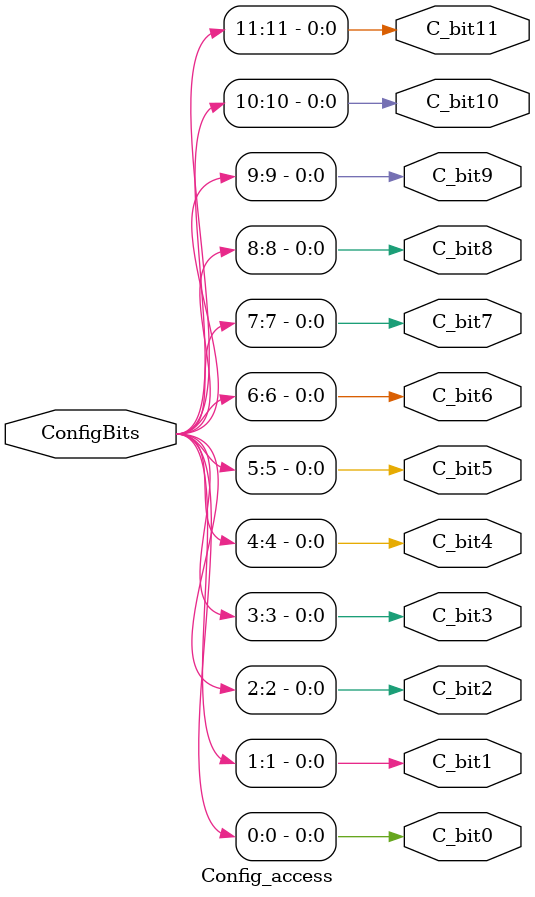
<source format=v>
(* FABulous, BelMap,
C_bit0=0,
C_bit1=1,
C_bit2=2,
C_bit3=3,
C_bit4=4,
C_bit5=5,
C_bit6=6,
C_bit7=7,
C_bit8=8,
C_bit9=9,
C_bit10=10,
C_bit11=11
*)
module Config_access (C_bit0, C_bit1, C_bit2, C_bit3, C_bit4, C_bit5, C_bit6, C_bit7, C_bit8, C_bit9, C_bit10, C_bit11, ConfigBits);
	parameter NoConfigBits = 12;// has to be adjusted manually (we don't use an arithmetic parser for the value)
	// Pin0
	(* FABulous, EXTERNAL *)output C_bit0; // EXTERNAL
	(* FABulous, EXTERNAL *)output C_bit1; // EXTERNAL
	(* FABulous, EXTERNAL *)output C_bit2; // EXTERNAL
	(* FABulous, EXTERNAL *)output C_bit3; // EXTERNAL
	(* FABulous, EXTERNAL *)output C_bit4; // EXTERNAL
	(* FABulous, EXTERNAL *)output C_bit5; // EXTERNAL
	(* FABulous, EXTERNAL *)output C_bit6; // EXTERNAL
	(* FABulous, EXTERNAL *)output C_bit7; // EXTERNAL
	(* FABulous, EXTERNAL *)output C_bit8; // EXTERNAL
	(* FABulous, EXTERNAL *)output C_bit9; // EXTERNAL
	(* FABulous, EXTERNAL *)output C_bit10; // EXTERNAL
	(* FABulous, EXTERNAL *)output C_bit11; // EXTERNAL
	// GLOBAL all primitive pins that are connected to the switch matrix have to go before the GLOBAL label
	(* FABulous, GLOBAL *)input [NoConfigBits-1:0] ConfigBits;

	// we just wire configuration bits to fabric top
	assign C_bit0 = ConfigBits[0];
	assign C_bit1 = ConfigBits[1];
	assign C_bit2 = ConfigBits[2];
	assign C_bit3 = ConfigBits[3];
	assign C_bit4 = ConfigBits[4];
	assign C_bit5 = ConfigBits[5];
	assign C_bit6 = ConfigBits[6];
	assign C_bit7 = ConfigBits[7];
	assign C_bit8 = ConfigBits[8];
	assign C_bit9 = ConfigBits[9];
	assign C_bit10 = ConfigBits[10];
	assign C_bit11 = ConfigBits[11];

endmodule

</source>
